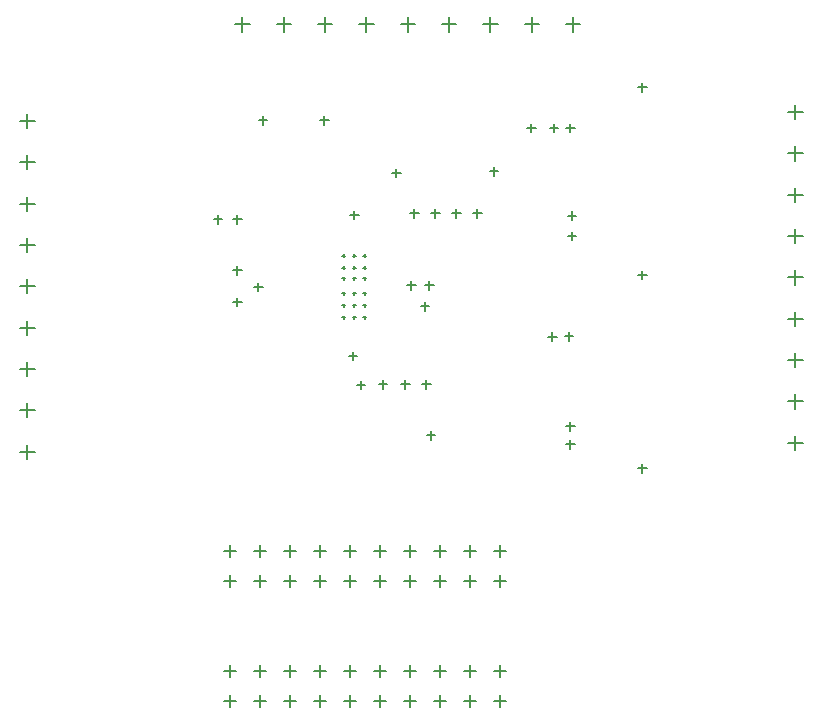
<source format=gbr>
%TF.GenerationSoftware,Altium Limited,Altium Designer,22.9.1 (49)*%
G04 Layer_Color=128*
%FSLAX25Y25*%
%MOIN*%
%TF.SameCoordinates,E4663CD6-9850-4590-99AB-2D6E941D03D6*%
%TF.FilePolarity,Positive*%
%TF.FileFunction,Drillmap*%
%TF.Part,Single*%
G01*
G75*
%TA.AperFunction,NonConductor*%
%ADD57C,0.00500*%
D57*
X162492Y161366D02*
X163492D01*
X162992Y160866D02*
Y161866D01*
X165992Y161366D02*
X166992D01*
X166492Y160866D02*
Y161866D01*
X169492Y161366D02*
X170492D01*
X169992Y160866D02*
Y161866D01*
X169492Y157366D02*
X170492D01*
X169992Y156866D02*
Y157866D01*
X165992Y157366D02*
X166992D01*
X166492Y156866D02*
Y157866D01*
X162492Y157366D02*
X163492D01*
X162992Y156866D02*
Y157866D01*
X165992Y153866D02*
X166992D01*
X166492Y153366D02*
Y154366D01*
X162492Y153866D02*
X163492D01*
X162992Y153366D02*
Y154366D01*
X169492Y153866D02*
X170492D01*
X169992Y153366D02*
Y154366D01*
X162492Y148866D02*
X163492D01*
X162992Y148366D02*
Y149366D01*
X165992Y148866D02*
X166992D01*
X166492Y148366D02*
Y149366D01*
X165992Y144866D02*
X166992D01*
X166492Y144366D02*
Y145366D01*
X162492Y144866D02*
X163492D01*
X162992Y144366D02*
Y145366D01*
X165992Y140866D02*
X166992D01*
X166492Y140366D02*
Y141366D01*
X162492Y140866D02*
X163492D01*
X162992Y140366D02*
Y141366D01*
X169417Y148889D02*
X170417D01*
X169917Y148389D02*
Y149389D01*
X169417Y144889D02*
X170417D01*
X169917Y144389D02*
Y145389D01*
X169417Y140889D02*
X170417D01*
X169917Y140389D02*
Y141389D01*
X195697Y238500D02*
X200421D01*
X198059Y236138D02*
Y240862D01*
X181917Y238500D02*
X186642D01*
X184280Y236138D02*
Y240862D01*
X168138Y238500D02*
X172862D01*
X170500Y236138D02*
Y240862D01*
X154358Y238500D02*
X159083D01*
X156720Y236138D02*
Y240862D01*
X140579Y238500D02*
X145303D01*
X142941Y236138D02*
Y240862D01*
X126799Y238500D02*
X131524D01*
X129161Y236138D02*
Y240862D01*
X237035Y238500D02*
X241760D01*
X239398Y236138D02*
Y240862D01*
X223256Y238500D02*
X227980D01*
X225618Y236138D02*
Y240862D01*
X209476Y238500D02*
X214201D01*
X211839Y236138D02*
Y240862D01*
X122992Y63000D02*
X127008D01*
X125000Y60992D02*
Y65008D01*
X132992Y63000D02*
X137008D01*
X135000Y60992D02*
Y65008D01*
X142992Y63000D02*
X147008D01*
X145000Y60992D02*
Y65008D01*
X152992Y63000D02*
X157008D01*
X155000Y60992D02*
Y65008D01*
X182992Y63000D02*
X187008D01*
X185000Y60992D02*
Y65008D01*
X192992Y63000D02*
X197008D01*
X195000Y60992D02*
Y65008D01*
X202992Y63000D02*
X207008D01*
X205000Y60992D02*
Y65008D01*
X212992Y63000D02*
X217008D01*
X215000Y60992D02*
Y65008D01*
X122992Y23000D02*
X127008D01*
X125000Y20992D02*
Y25008D01*
X132992Y23000D02*
X137008D01*
X135000Y20992D02*
Y25008D01*
X142992Y23000D02*
X147008D01*
X145000Y20992D02*
Y25008D01*
X152992Y23000D02*
X157008D01*
X155000Y20992D02*
Y25008D01*
X162992Y23000D02*
X167008D01*
X165000Y20992D02*
Y25008D01*
X172992Y23000D02*
X177008D01*
X175000Y20992D02*
Y25008D01*
X182992Y23000D02*
X187008D01*
X185000Y20992D02*
Y25008D01*
X192992Y23000D02*
X197008D01*
X195000Y20992D02*
Y25008D01*
X202992Y23000D02*
X207008D01*
X205000Y20992D02*
Y25008D01*
X212992Y23000D02*
X217008D01*
X215000Y20992D02*
Y25008D01*
X122992Y13000D02*
X127008D01*
X125000Y10992D02*
Y15008D01*
X132992Y13000D02*
X137008D01*
X135000Y10992D02*
Y15008D01*
X142992Y13000D02*
X147008D01*
X145000Y10992D02*
Y15008D01*
X152992Y13000D02*
X157008D01*
X155000Y10992D02*
Y15008D01*
X162992Y13000D02*
X167008D01*
X165000Y10992D02*
Y15008D01*
X172992Y13000D02*
X177008D01*
X175000Y10992D02*
Y15008D01*
X182992Y13000D02*
X187008D01*
X185000Y10992D02*
Y15008D01*
X192992Y13000D02*
X197008D01*
X195000Y10992D02*
Y15008D01*
X202992Y13000D02*
X207008D01*
X205000Y10992D02*
Y15008D01*
X212992Y13000D02*
X217008D01*
X215000Y10992D02*
Y15008D01*
X55138Y96102D02*
X59862D01*
X57500Y93740D02*
Y98465D01*
X311138Y140382D02*
X315862D01*
X313500Y138020D02*
Y142744D01*
X311138Y154161D02*
X315862D01*
X313500Y151799D02*
Y156524D01*
X311138Y167941D02*
X315862D01*
X313500Y165579D02*
Y170303D01*
X311138Y181720D02*
X315862D01*
X313500Y179358D02*
Y184083D01*
X311138Y195500D02*
X315862D01*
X313500Y193138D02*
Y197862D01*
X311138Y209279D02*
X315862D01*
X313500Y206917D02*
Y211642D01*
X311138Y99043D02*
X315862D01*
X313500Y96681D02*
Y101406D01*
X311138Y112823D02*
X315862D01*
X313500Y110461D02*
Y115185D01*
X311138Y126602D02*
X315862D01*
X313500Y124240D02*
Y128965D01*
X212992Y53000D02*
X217008D01*
X215000Y50992D02*
Y55008D01*
X202992Y53000D02*
X207008D01*
X205000Y50992D02*
Y55008D01*
X192992Y53000D02*
X197008D01*
X195000Y50992D02*
Y55008D01*
X182992Y53000D02*
X187008D01*
X185000Y50992D02*
Y55008D01*
X172992Y53000D02*
X177008D01*
X175000Y50992D02*
Y55008D01*
X162992Y53000D02*
X167008D01*
X165000Y50992D02*
Y55008D01*
X152992Y53000D02*
X157008D01*
X155000Y50992D02*
Y55008D01*
X142992Y53000D02*
X147008D01*
X145000Y50992D02*
Y55008D01*
X132992Y53000D02*
X137008D01*
X135000Y50992D02*
Y55008D01*
X122992Y53000D02*
X127008D01*
X125000Y50992D02*
Y55008D01*
X172992Y63000D02*
X177008D01*
X175000Y60992D02*
Y65008D01*
X162992Y63000D02*
X167008D01*
X165000Y60992D02*
Y65008D01*
X55138Y137441D02*
X59862D01*
X57500Y135079D02*
Y139803D01*
X55138Y151221D02*
X59862D01*
X57500Y148858D02*
Y153583D01*
X55138Y165000D02*
X59862D01*
X57500Y162638D02*
Y167362D01*
X55138Y178779D02*
X59862D01*
X57500Y176417D02*
Y181142D01*
X55138Y192559D02*
X59862D01*
X57500Y190197D02*
Y194921D01*
X55138Y206339D02*
X59862D01*
X57500Y203976D02*
Y208701D01*
X55138Y109882D02*
X59862D01*
X57500Y107520D02*
Y112244D01*
X55138Y123661D02*
X59862D01*
X57500Y121299D02*
Y126024D01*
X231100Y134459D02*
X233900D01*
X232500Y133059D02*
Y135859D01*
X182100Y118500D02*
X184900D01*
X183500Y117100D02*
Y119900D01*
X189100Y118500D02*
X191900D01*
X190500Y117100D02*
Y119900D01*
X134600Y206500D02*
X137400D01*
X136000Y205100D02*
Y207900D01*
X155100Y206500D02*
X157900D01*
X156500Y205100D02*
Y207900D01*
X179100Y189000D02*
X181900D01*
X180500Y187600D02*
Y190400D01*
X119600Y173500D02*
X122400D01*
X121000Y172100D02*
Y174900D01*
X126100Y173500D02*
X128900D01*
X127500Y172100D02*
Y174900D01*
X126100Y156500D02*
X128900D01*
X127500Y155100D02*
Y157900D01*
X126100Y146000D02*
X128900D01*
X127500Y144600D02*
Y147400D01*
X188600Y144500D02*
X191400D01*
X190000Y143100D02*
Y145900D01*
X174600Y118500D02*
X177400D01*
X176000Y117100D02*
Y119900D01*
X167300Y118400D02*
X170100D01*
X168700Y117000D02*
Y119800D01*
X133100Y151000D02*
X135900D01*
X134500Y149600D02*
Y152400D01*
X165100Y175000D02*
X167900D01*
X166500Y173600D02*
Y176400D01*
X164600Y128000D02*
X167400D01*
X166000Y126600D02*
Y129400D01*
X190600Y101500D02*
X193400D01*
X192000Y100100D02*
Y102900D01*
X199100Y175500D02*
X201900D01*
X200500Y174100D02*
Y176900D01*
X211600Y189500D02*
X214400D01*
X213000Y188100D02*
Y190900D01*
X261100Y217500D02*
X263900D01*
X262500Y216100D02*
Y218900D01*
X261100Y90500D02*
X263900D01*
X262500Y89100D02*
Y91900D01*
X261100Y155000D02*
X263900D01*
X262500Y153600D02*
Y156400D01*
X190100Y151500D02*
X192900D01*
X191500Y150100D02*
Y152900D01*
X236600Y134500D02*
X239400D01*
X238000Y133100D02*
Y135900D01*
X224100Y204000D02*
X226900D01*
X225500Y202600D02*
Y205400D01*
X237600Y174750D02*
X240400D01*
X239000Y173350D02*
Y176150D01*
X237575Y168000D02*
X240375D01*
X238975Y166600D02*
Y169400D01*
X184100Y151500D02*
X186900D01*
X185500Y150100D02*
Y152900D01*
X192100Y175500D02*
X194900D01*
X193500Y174100D02*
Y176900D01*
X237100Y104500D02*
X239900D01*
X238500Y103100D02*
Y105900D01*
X237075Y98500D02*
X239875D01*
X238475Y97100D02*
Y99900D01*
X237100Y204000D02*
X239900D01*
X238500Y202600D02*
Y205400D01*
X231600Y204000D02*
X234400D01*
X233000Y202600D02*
Y205400D01*
X206100Y175500D02*
X208900D01*
X207500Y174100D02*
Y176900D01*
X185100Y175500D02*
X187900D01*
X186500Y174100D02*
Y176900D01*
%TF.MD5,7202fb30663f344433ea677a38b01a5e*%
M02*

</source>
